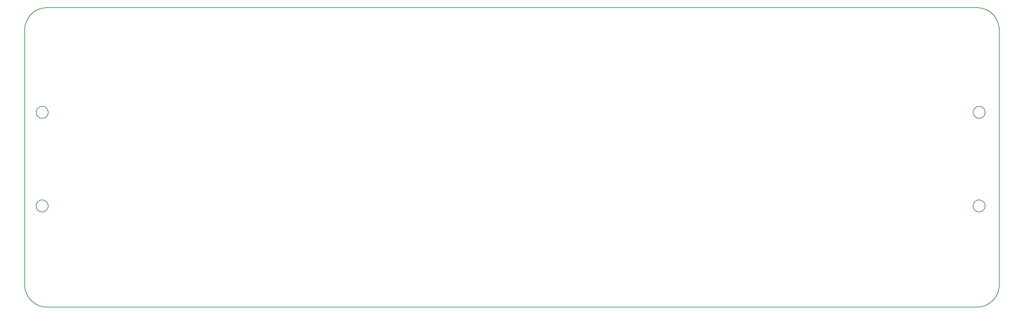
<source format=gbr>
%TF.GenerationSoftware,KiCad,Pcbnew,(5.1.9)-1*%
%TF.CreationDate,2021-05-09T12:40:12+03:00*%
%TF.ProjectId,16ch_fet_board,31366368-5f66-4657-945f-626f6172642e,2.0*%
%TF.SameCoordinates,Original*%
%TF.FileFunction,Profile,NP*%
%FSLAX46Y46*%
G04 Gerber Fmt 4.6, Leading zero omitted, Abs format (unit mm)*
G04 Created by KiCad (PCBNEW (5.1.9)-1) date 2021-05-09 12:40:12*
%MOMM*%
%LPD*%
G01*
G04 APERTURE LIST*
%TA.AperFunction,Profile*%
%ADD10C,0.200000*%
%TD*%
G04 APERTURE END LIST*
D10*
X274350000Y-108500000D02*
X274106335Y-108481564D01*
X274106335Y-108481564D02*
X273874209Y-108428067D01*
X273874209Y-108428067D02*
X273656334Y-108342222D01*
X273656334Y-108342222D02*
X273455425Y-108226744D01*
X273455425Y-108226744D02*
X273274196Y-108084348D01*
X273274196Y-108084348D02*
X273115362Y-107917748D01*
X273115362Y-107917748D02*
X272981637Y-107729657D01*
X272981637Y-107729657D02*
X272875736Y-107522791D01*
X272875736Y-107522791D02*
X272800372Y-107299864D01*
X272800372Y-107299864D02*
X272758260Y-107063590D01*
X272758260Y-107063590D02*
X272750000Y-106900000D01*
X274350000Y-80300000D02*
X274593664Y-80318435D01*
X274593664Y-80318435D02*
X274825791Y-80371932D01*
X274825791Y-80371932D02*
X275043666Y-80457777D01*
X275043666Y-80457777D02*
X275244575Y-80573254D01*
X275244575Y-80573254D02*
X275425804Y-80715650D01*
X275425804Y-80715650D02*
X275584637Y-80882251D01*
X275584637Y-80882251D02*
X275718362Y-81070341D01*
X275718362Y-81070341D02*
X275824264Y-81277207D01*
X275824264Y-81277207D02*
X275899627Y-81500134D01*
X275899627Y-81500134D02*
X275941739Y-81736409D01*
X275941739Y-81736409D02*
X275950000Y-81900000D01*
X272750000Y-81900000D02*
X272768435Y-81656335D01*
X272768435Y-81656335D02*
X272821932Y-81424208D01*
X272821932Y-81424208D02*
X272907777Y-81206333D01*
X272907777Y-81206333D02*
X273023255Y-81005424D01*
X273023255Y-81005424D02*
X273165651Y-80824195D01*
X273165651Y-80824195D02*
X273332251Y-80665362D01*
X273332251Y-80665362D02*
X273520342Y-80531637D01*
X273520342Y-80531637D02*
X273727208Y-80425735D01*
X273727208Y-80425735D02*
X273950135Y-80350372D01*
X273950135Y-80350372D02*
X274186409Y-80308260D01*
X274186409Y-80308260D02*
X274350000Y-80300000D01*
X275950000Y-81900000D02*
X275931564Y-82143664D01*
X275931564Y-82143664D02*
X275878067Y-82375790D01*
X275878067Y-82375790D02*
X275792222Y-82593665D01*
X275792222Y-82593665D02*
X275676745Y-82794574D01*
X275676745Y-82794574D02*
X275534349Y-82975803D01*
X275534349Y-82975803D02*
X275367748Y-83134637D01*
X275367748Y-83134637D02*
X275179658Y-83268362D01*
X275179658Y-83268362D02*
X274972792Y-83374263D01*
X274972792Y-83374263D02*
X274749865Y-83449627D01*
X274749865Y-83449627D02*
X274513590Y-83491739D01*
X274513590Y-83491739D02*
X274350000Y-83500000D01*
X24350000Y-108500000D02*
X24106335Y-108481564D01*
X24106335Y-108481564D02*
X23874209Y-108428067D01*
X23874209Y-108428067D02*
X23656334Y-108342222D01*
X23656334Y-108342222D02*
X23455425Y-108226744D01*
X23455425Y-108226744D02*
X23274196Y-108084348D01*
X23274196Y-108084348D02*
X23115362Y-107917748D01*
X23115362Y-107917748D02*
X22981637Y-107729657D01*
X22981637Y-107729657D02*
X22875736Y-107522791D01*
X22875736Y-107522791D02*
X22800372Y-107299864D01*
X22800372Y-107299864D02*
X22758260Y-107063590D01*
X22758260Y-107063590D02*
X22750000Y-106900000D01*
X25950000Y-81900000D02*
X25931564Y-82143664D01*
X25931564Y-82143664D02*
X25878067Y-82375790D01*
X25878067Y-82375790D02*
X25792222Y-82593665D01*
X25792222Y-82593665D02*
X25676745Y-82794574D01*
X25676745Y-82794574D02*
X25534349Y-82975803D01*
X25534349Y-82975803D02*
X25367748Y-83134637D01*
X25367748Y-83134637D02*
X25179658Y-83268362D01*
X25179658Y-83268362D02*
X24972792Y-83374263D01*
X24972792Y-83374263D02*
X24749865Y-83449627D01*
X24749865Y-83449627D02*
X24513590Y-83491739D01*
X24513590Y-83491739D02*
X24350000Y-83500000D01*
X279702778Y-127990643D02*
X279694998Y-128295584D01*
X279694998Y-128295584D02*
X279671914Y-128596658D01*
X279671914Y-128596658D02*
X279633906Y-128893484D01*
X279633906Y-128893484D02*
X279581356Y-129185681D01*
X279581356Y-129185681D02*
X279514646Y-129472867D01*
X279514646Y-129472867D02*
X279434155Y-129754661D01*
X279434155Y-129754661D02*
X279340266Y-130030681D01*
X279340266Y-130030681D02*
X279233360Y-130300547D01*
X279233360Y-130300547D02*
X279113818Y-130563877D01*
X279113818Y-130563877D02*
X278982022Y-130820290D01*
X278982022Y-130820290D02*
X278838352Y-131069405D01*
X278838352Y-131069405D02*
X278683189Y-131310840D01*
X278683189Y-131310840D02*
X278516916Y-131544214D01*
X278516916Y-131544214D02*
X278339914Y-131769146D01*
X278339914Y-131769146D02*
X278152563Y-131985255D01*
X278152563Y-131985255D02*
X277955244Y-132192159D01*
X277955244Y-132192159D02*
X277748340Y-132389477D01*
X277748340Y-132389477D02*
X277532231Y-132576828D01*
X277532231Y-132576828D02*
X277307299Y-132753831D01*
X277307299Y-132753831D02*
X277073925Y-132920104D01*
X277073925Y-132920104D02*
X276832490Y-133075266D01*
X276832490Y-133075266D02*
X276583375Y-133218937D01*
X276583375Y-133218937D02*
X276326962Y-133350733D01*
X276326962Y-133350733D02*
X276063632Y-133470275D01*
X276063632Y-133470275D02*
X275793766Y-133577181D01*
X275793766Y-133577181D02*
X275517746Y-133671070D01*
X275517746Y-133671070D02*
X275235952Y-133751561D01*
X275235952Y-133751561D02*
X274948766Y-133818271D01*
X274948766Y-133818271D02*
X274656570Y-133870821D01*
X274656570Y-133870821D02*
X274359743Y-133908829D01*
X274359743Y-133908829D02*
X274058669Y-133931913D01*
X274058669Y-133931913D02*
X273753728Y-133939693D01*
X273753728Y-133939693D02*
X25651828Y-133939693D01*
X24350000Y-83500000D02*
X24106335Y-83481564D01*
X24106335Y-83481564D02*
X23874209Y-83428067D01*
X23874209Y-83428067D02*
X23656334Y-83342222D01*
X23656334Y-83342222D02*
X23455425Y-83226744D01*
X23455425Y-83226744D02*
X23274196Y-83084348D01*
X23274196Y-83084348D02*
X23115362Y-82917748D01*
X23115362Y-82917748D02*
X22981637Y-82729657D01*
X22981637Y-82729657D02*
X22875736Y-82522791D01*
X22875736Y-82522791D02*
X22800372Y-82299864D01*
X22800372Y-82299864D02*
X22758260Y-82063590D01*
X22758260Y-82063590D02*
X22750000Y-81900000D01*
X24350000Y-80300000D02*
X24593664Y-80318435D01*
X24593664Y-80318435D02*
X24825791Y-80371932D01*
X24825791Y-80371932D02*
X25043666Y-80457777D01*
X25043666Y-80457777D02*
X25244575Y-80573254D01*
X25244575Y-80573254D02*
X25425804Y-80715650D01*
X25425804Y-80715650D02*
X25584637Y-80882251D01*
X25584637Y-80882251D02*
X25718362Y-81070341D01*
X25718362Y-81070341D02*
X25824264Y-81277207D01*
X25824264Y-81277207D02*
X25899627Y-81500134D01*
X25899627Y-81500134D02*
X25941739Y-81736409D01*
X25941739Y-81736409D02*
X25950000Y-81900000D01*
X22750000Y-106900000D02*
X22768435Y-106656335D01*
X22768435Y-106656335D02*
X22821932Y-106424208D01*
X22821932Y-106424208D02*
X22907777Y-106206333D01*
X22907777Y-106206333D02*
X23023255Y-106005424D01*
X23023255Y-106005424D02*
X23165651Y-105824195D01*
X23165651Y-105824195D02*
X23332251Y-105665362D01*
X23332251Y-105665362D02*
X23520342Y-105531637D01*
X23520342Y-105531637D02*
X23727208Y-105425735D01*
X23727208Y-105425735D02*
X23950135Y-105350372D01*
X23950135Y-105350372D02*
X24186409Y-105308260D01*
X24186409Y-105308260D02*
X24350000Y-105300000D01*
X274350000Y-83500000D02*
X274106335Y-83481564D01*
X274106335Y-83481564D02*
X273874209Y-83428067D01*
X273874209Y-83428067D02*
X273656334Y-83342222D01*
X273656334Y-83342222D02*
X273455425Y-83226744D01*
X273455425Y-83226744D02*
X273274196Y-83084348D01*
X273274196Y-83084348D02*
X273115362Y-82917748D01*
X273115362Y-82917748D02*
X272981637Y-82729657D01*
X272981637Y-82729657D02*
X272875736Y-82522791D01*
X272875736Y-82522791D02*
X272800372Y-82299864D01*
X272800372Y-82299864D02*
X272758260Y-82063590D01*
X272758260Y-82063590D02*
X272750000Y-81900000D01*
X24350000Y-105300000D02*
X24593664Y-105318435D01*
X24593664Y-105318435D02*
X24825791Y-105371932D01*
X24825791Y-105371932D02*
X25043666Y-105457777D01*
X25043666Y-105457777D02*
X25244575Y-105573254D01*
X25244575Y-105573254D02*
X25425804Y-105715650D01*
X25425804Y-105715650D02*
X25584637Y-105882251D01*
X25584637Y-105882251D02*
X25718362Y-106070341D01*
X25718362Y-106070341D02*
X25824264Y-106277207D01*
X25824264Y-106277207D02*
X25899627Y-106500134D01*
X25899627Y-106500134D02*
X25941739Y-106736409D01*
X25941739Y-106736409D02*
X25950000Y-106900000D01*
X273753728Y-53939693D02*
X274058669Y-53947472D01*
X274058669Y-53947472D02*
X274359743Y-53970556D01*
X274359743Y-53970556D02*
X274656570Y-54008564D01*
X274656570Y-54008564D02*
X274948766Y-54061114D01*
X274948766Y-54061114D02*
X275235952Y-54127824D01*
X275235952Y-54127824D02*
X275517746Y-54208315D01*
X275517746Y-54208315D02*
X275793766Y-54302204D01*
X275793766Y-54302204D02*
X276063632Y-54409110D01*
X276063632Y-54409110D02*
X276326962Y-54528652D01*
X276326962Y-54528652D02*
X276583375Y-54660448D01*
X276583375Y-54660448D02*
X276832490Y-54804118D01*
X276832490Y-54804118D02*
X277073925Y-54959280D01*
X277073925Y-54959280D02*
X277307299Y-55125554D01*
X277307299Y-55125554D02*
X277532231Y-55302556D01*
X277532231Y-55302556D02*
X277748340Y-55489907D01*
X277748340Y-55489907D02*
X277955244Y-55687226D01*
X277955244Y-55687226D02*
X278152563Y-55894130D01*
X278152563Y-55894130D02*
X278339914Y-56110238D01*
X278339914Y-56110238D02*
X278516916Y-56335171D01*
X278516916Y-56335171D02*
X278683189Y-56568545D01*
X278683189Y-56568545D02*
X278838352Y-56809980D01*
X278838352Y-56809980D02*
X278982022Y-57059094D01*
X278982022Y-57059094D02*
X279113818Y-57315507D01*
X279113818Y-57315507D02*
X279233360Y-57578837D01*
X279233360Y-57578837D02*
X279340266Y-57848703D01*
X279340266Y-57848703D02*
X279434155Y-58124724D01*
X279434155Y-58124724D02*
X279514646Y-58406517D01*
X279514646Y-58406517D02*
X279581356Y-58693703D01*
X279581356Y-58693703D02*
X279633906Y-58985900D01*
X279633906Y-58985900D02*
X279671914Y-59282726D01*
X279671914Y-59282726D02*
X279694998Y-59583800D01*
X279694998Y-59583800D02*
X279702778Y-59888742D01*
X25651828Y-133939693D02*
X25346886Y-133931913D01*
X25346886Y-133931913D02*
X25045812Y-133908829D01*
X25045812Y-133908829D02*
X24748986Y-133870821D01*
X24748986Y-133870821D02*
X24456789Y-133818271D01*
X24456789Y-133818271D02*
X24169603Y-133751561D01*
X24169603Y-133751561D02*
X23887809Y-133671070D01*
X23887809Y-133671070D02*
X23611789Y-133577181D01*
X23611789Y-133577181D02*
X23341923Y-133470275D01*
X23341923Y-133470275D02*
X23078593Y-133350733D01*
X23078593Y-133350733D02*
X22822180Y-133218937D01*
X22822180Y-133218937D02*
X22573065Y-133075266D01*
X22573065Y-133075266D02*
X22331630Y-132920104D01*
X22331630Y-132920104D02*
X22098256Y-132753831D01*
X22098256Y-132753831D02*
X21873324Y-132576828D01*
X21873324Y-132576828D02*
X21657215Y-132389477D01*
X21657215Y-132389477D02*
X21450311Y-132192159D01*
X21450311Y-132192159D02*
X21252993Y-131985255D01*
X21252993Y-131985255D02*
X21065642Y-131769146D01*
X21065642Y-131769146D02*
X20888639Y-131544214D01*
X20888639Y-131544214D02*
X20722366Y-131310840D01*
X20722366Y-131310840D02*
X20567204Y-131069405D01*
X20567204Y-131069405D02*
X20423533Y-130820290D01*
X20423533Y-130820290D02*
X20291737Y-130563877D01*
X20291737Y-130563877D02*
X20172195Y-130300547D01*
X20172195Y-130300547D02*
X20065289Y-130030681D01*
X20065289Y-130030681D02*
X19971400Y-129754661D01*
X19971400Y-129754661D02*
X19890909Y-129472867D01*
X19890909Y-129472867D02*
X19824199Y-129185681D01*
X19824199Y-129185681D02*
X19771649Y-128893484D01*
X19771649Y-128893484D02*
X19733641Y-128596658D01*
X19733641Y-128596658D02*
X19710557Y-128295584D01*
X19710557Y-128295584D02*
X19702778Y-127990643D01*
X25950000Y-106900000D02*
X25931564Y-107143664D01*
X25931564Y-107143664D02*
X25878067Y-107375790D01*
X25878067Y-107375790D02*
X25792222Y-107593665D01*
X25792222Y-107593665D02*
X25676745Y-107794574D01*
X25676745Y-107794574D02*
X25534349Y-107975803D01*
X25534349Y-107975803D02*
X25367748Y-108134637D01*
X25367748Y-108134637D02*
X25179658Y-108268362D01*
X25179658Y-108268362D02*
X24972792Y-108374263D01*
X24972792Y-108374263D02*
X24749865Y-108449627D01*
X24749865Y-108449627D02*
X24513590Y-108491739D01*
X24513590Y-108491739D02*
X24350000Y-108500000D01*
X19702778Y-59888742D02*
X19710557Y-59583800D01*
X19710557Y-59583800D02*
X19733641Y-59282726D01*
X19733641Y-59282726D02*
X19771649Y-58985900D01*
X19771649Y-58985900D02*
X19824199Y-58693703D01*
X19824199Y-58693703D02*
X19890909Y-58406517D01*
X19890909Y-58406517D02*
X19971400Y-58124724D01*
X19971400Y-58124724D02*
X20065289Y-57848703D01*
X20065289Y-57848703D02*
X20172195Y-57578837D01*
X20172195Y-57578837D02*
X20291737Y-57315507D01*
X20291737Y-57315507D02*
X20423533Y-57059094D01*
X20423533Y-57059094D02*
X20567204Y-56809980D01*
X20567204Y-56809980D02*
X20722366Y-56568545D01*
X20722366Y-56568545D02*
X20888639Y-56335171D01*
X20888639Y-56335171D02*
X21065642Y-56110238D01*
X21065642Y-56110238D02*
X21252993Y-55894130D01*
X21252993Y-55894130D02*
X21450311Y-55687226D01*
X21450311Y-55687226D02*
X21657215Y-55489907D01*
X21657215Y-55489907D02*
X21873324Y-55302556D01*
X21873324Y-55302556D02*
X22098256Y-55125554D01*
X22098256Y-55125554D02*
X22331630Y-54959280D01*
X22331630Y-54959280D02*
X22573065Y-54804118D01*
X22573065Y-54804118D02*
X22822180Y-54660448D01*
X22822180Y-54660448D02*
X23078593Y-54528652D01*
X23078593Y-54528652D02*
X23341923Y-54409110D01*
X23341923Y-54409110D02*
X23611789Y-54302204D01*
X23611789Y-54302204D02*
X23887809Y-54208315D01*
X23887809Y-54208315D02*
X24169603Y-54127824D01*
X24169603Y-54127824D02*
X24456789Y-54061114D01*
X24456789Y-54061114D02*
X24748986Y-54008564D01*
X24748986Y-54008564D02*
X25045812Y-53970556D01*
X25045812Y-53970556D02*
X25346886Y-53947472D01*
X25346886Y-53947472D02*
X25651828Y-53939693D01*
X279702778Y-59888742D02*
X279702778Y-127990643D01*
X19702778Y-127990643D02*
X19702778Y-59888742D01*
X25651828Y-53939693D02*
X273753728Y-53939693D01*
X22750000Y-81900000D02*
X22768435Y-81656335D01*
X22768435Y-81656335D02*
X22821932Y-81424208D01*
X22821932Y-81424208D02*
X22907777Y-81206333D01*
X22907777Y-81206333D02*
X23023255Y-81005424D01*
X23023255Y-81005424D02*
X23165651Y-80824195D01*
X23165651Y-80824195D02*
X23332251Y-80665362D01*
X23332251Y-80665362D02*
X23520342Y-80531637D01*
X23520342Y-80531637D02*
X23727208Y-80425735D01*
X23727208Y-80425735D02*
X23950135Y-80350372D01*
X23950135Y-80350372D02*
X24186409Y-80308260D01*
X24186409Y-80308260D02*
X24350000Y-80300000D01*
X272750000Y-106900000D02*
X272768435Y-106656335D01*
X272768435Y-106656335D02*
X272821932Y-106424208D01*
X272821932Y-106424208D02*
X272907777Y-106206333D01*
X272907777Y-106206333D02*
X273023255Y-106005424D01*
X273023255Y-106005424D02*
X273165651Y-105824195D01*
X273165651Y-105824195D02*
X273332251Y-105665362D01*
X273332251Y-105665362D02*
X273520342Y-105531637D01*
X273520342Y-105531637D02*
X273727208Y-105425735D01*
X273727208Y-105425735D02*
X273950135Y-105350372D01*
X273950135Y-105350372D02*
X274186409Y-105308260D01*
X274186409Y-105308260D02*
X274350000Y-105300000D01*
X274350000Y-105300000D02*
X274593664Y-105318435D01*
X274593664Y-105318435D02*
X274825791Y-105371932D01*
X274825791Y-105371932D02*
X275043666Y-105457777D01*
X275043666Y-105457777D02*
X275244575Y-105573254D01*
X275244575Y-105573254D02*
X275425804Y-105715650D01*
X275425804Y-105715650D02*
X275584637Y-105882251D01*
X275584637Y-105882251D02*
X275718362Y-106070341D01*
X275718362Y-106070341D02*
X275824264Y-106277207D01*
X275824264Y-106277207D02*
X275899627Y-106500134D01*
X275899627Y-106500134D02*
X275941739Y-106736409D01*
X275941739Y-106736409D02*
X275950000Y-106900000D01*
X275950000Y-106900000D02*
X275931564Y-107143664D01*
X275931564Y-107143664D02*
X275878067Y-107375790D01*
X275878067Y-107375790D02*
X275792222Y-107593665D01*
X275792222Y-107593665D02*
X275676745Y-107794574D01*
X275676745Y-107794574D02*
X275534349Y-107975803D01*
X275534349Y-107975803D02*
X275367748Y-108134637D01*
X275367748Y-108134637D02*
X275179658Y-108268362D01*
X275179658Y-108268362D02*
X274972792Y-108374263D01*
X274972792Y-108374263D02*
X274749865Y-108449627D01*
X274749865Y-108449627D02*
X274513590Y-108491739D01*
X274513590Y-108491739D02*
X274350000Y-108500000D01*
M02*

</source>
